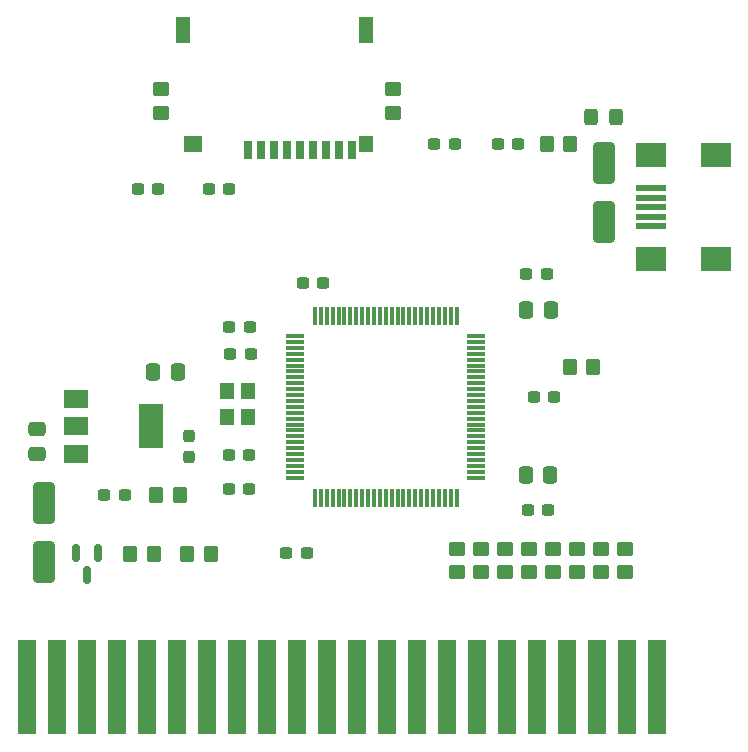
<source format=gtp>
G04 #@! TF.GenerationSoftware,KiCad,Pcbnew,8.0.2*
G04 #@! TF.CreationDate,2025-03-01T20:33:07+01:00*
G04 #@! TF.ProjectId,KungFuFlash2,4b756e67-4675-4466-9c61-7368322e6b69,1*
G04 #@! TF.SameCoordinates,Original*
G04 #@! TF.FileFunction,Paste,Top*
G04 #@! TF.FilePolarity,Positive*
%FSLAX46Y46*%
G04 Gerber Fmt 4.6, Leading zero omitted, Abs format (unit mm)*
G04 Created by KiCad (PCBNEW 8.0.2) date 2025-03-01 20:33:07*
%MOMM*%
%LPD*%
G01*
G04 APERTURE LIST*
G04 Aperture macros list*
%AMRoundRect*
0 Rectangle with rounded corners*
0 $1 Rounding radius*
0 $2 $3 $4 $5 $6 $7 $8 $9 X,Y pos of 4 corners*
0 Add a 4 corners polygon primitive as box body*
4,1,4,$2,$3,$4,$5,$6,$7,$8,$9,$2,$3,0*
0 Add four circle primitives for the rounded corners*
1,1,$1+$1,$2,$3*
1,1,$1+$1,$4,$5*
1,1,$1+$1,$6,$7*
1,1,$1+$1,$8,$9*
0 Add four rect primitives between the rounded corners*
20,1,$1+$1,$2,$3,$4,$5,0*
20,1,$1+$1,$4,$5,$6,$7,0*
20,1,$1+$1,$6,$7,$8,$9,0*
20,1,$1+$1,$8,$9,$2,$3,0*%
G04 Aperture macros list end*
%ADD10RoundRect,0.237500X0.300000X0.237500X-0.300000X0.237500X-0.300000X-0.237500X0.300000X-0.237500X0*%
%ADD11R,1.200000X1.400000*%
%ADD12RoundRect,0.237500X-0.300000X-0.237500X0.300000X-0.237500X0.300000X0.237500X-0.300000X0.237500X0*%
%ADD13R,1.524000X8.000000*%
%ADD14RoundRect,0.250000X-0.337500X-0.475000X0.337500X-0.475000X0.337500X0.475000X-0.337500X0.475000X0*%
%ADD15RoundRect,0.250000X0.350000X0.450000X-0.350000X0.450000X-0.350000X-0.450000X0.350000X-0.450000X0*%
%ADD16RoundRect,0.250000X0.337500X0.475000X-0.337500X0.475000X-0.337500X-0.475000X0.337500X-0.475000X0*%
%ADD17RoundRect,0.250000X-0.325000X-0.450000X0.325000X-0.450000X0.325000X0.450000X-0.325000X0.450000X0*%
%ADD18R,0.700000X1.600000*%
%ADD19R,1.200000X2.200000*%
%ADD20R,1.600000X1.400000*%
%ADD21RoundRect,0.250000X-0.450000X0.350000X-0.450000X-0.350000X0.450000X-0.350000X0.450000X0.350000X0*%
%ADD22RoundRect,0.250000X-0.350000X-0.450000X0.350000X-0.450000X0.350000X0.450000X-0.350000X0.450000X0*%
%ADD23RoundRect,0.150000X-0.150000X0.587500X-0.150000X-0.587500X0.150000X-0.587500X0.150000X0.587500X0*%
%ADD24R,2.000000X1.500000*%
%ADD25R,2.000000X3.800000*%
%ADD26RoundRect,0.250000X0.475000X-0.337500X0.475000X0.337500X-0.475000X0.337500X-0.475000X-0.337500X0*%
%ADD27RoundRect,0.237500X-0.237500X0.300000X-0.237500X-0.300000X0.237500X-0.300000X0.237500X0.300000X0*%
%ADD28RoundRect,0.075000X-0.725000X-0.075000X0.725000X-0.075000X0.725000X0.075000X-0.725000X0.075000X0*%
%ADD29RoundRect,0.075000X-0.075000X-0.725000X0.075000X-0.725000X0.075000X0.725000X-0.075000X0.725000X0*%
%ADD30R,2.500000X0.500000*%
%ADD31R,2.500000X2.000000*%
%ADD32RoundRect,0.250000X0.450000X-0.350000X0.450000X0.350000X-0.450000X0.350000X-0.450000X-0.350000X0*%
%ADD33RoundRect,0.250000X-0.650000X1.500000X-0.650000X-1.500000X0.650000X-1.500000X0.650000X1.500000X0*%
G04 APERTURE END LIST*
D10*
X97102000Y-95631000D03*
X95377000Y-95631000D03*
X97028000Y-109347000D03*
X95303000Y-109347000D03*
D11*
X96916250Y-103263000D03*
X96916250Y-101063000D03*
X95216250Y-101063000D03*
X95216250Y-103263000D03*
D12*
X121158000Y-101600000D03*
X122883000Y-101600000D03*
D13*
X78228000Y-126121227D03*
X80768000Y-126121227D03*
X83308000Y-126121227D03*
X85848000Y-126121227D03*
X88388000Y-126121227D03*
X90928000Y-126121227D03*
X93468000Y-126121227D03*
X96008000Y-126121227D03*
X98548000Y-126121227D03*
X101088000Y-126121227D03*
X103628000Y-126121227D03*
X106168000Y-126121227D03*
X108708000Y-126121227D03*
X111248000Y-126121227D03*
X113788000Y-126121227D03*
X116328000Y-126121227D03*
X118868000Y-126121227D03*
X121408000Y-126121227D03*
X123948000Y-126121227D03*
X126488000Y-126121227D03*
X129028000Y-126121227D03*
X131568000Y-126121227D03*
D12*
X95341250Y-106504000D03*
X97066250Y-106504000D03*
D14*
X120523000Y-94234000D03*
X122598000Y-94234000D03*
D12*
X95466250Y-97904000D03*
X97191250Y-97904000D03*
D15*
X126206000Y-99060000D03*
X124206000Y-99060000D03*
D16*
X122555000Y-108204000D03*
X120480000Y-108204000D03*
D12*
X101600000Y-91948000D03*
X103325000Y-91948000D03*
X120523000Y-91186000D03*
X122248000Y-91186000D03*
D17*
X126029500Y-77851000D03*
X128079500Y-77851000D03*
D18*
X96984000Y-80648500D03*
X98084000Y-80648500D03*
X99184000Y-80648500D03*
X100284000Y-80648500D03*
X101384000Y-80648500D03*
D11*
X106934000Y-80148500D03*
D19*
X106934000Y-70548500D03*
D18*
X102484000Y-80648500D03*
D20*
X92334000Y-80148500D03*
D19*
X91434000Y-70548500D03*
D18*
X103584000Y-80648500D03*
X104684000Y-80648500D03*
X105784000Y-80648500D03*
D21*
X89598500Y-75526500D03*
X89598500Y-77526500D03*
D22*
X86993500Y-114901000D03*
X88993500Y-114901000D03*
D15*
X91193500Y-109901000D03*
X89193500Y-109901000D03*
D22*
X122244500Y-80200500D03*
X124244500Y-80200500D03*
D23*
X84262000Y-114775500D03*
X82362000Y-114775500D03*
X83312000Y-116650500D03*
D24*
X82409500Y-101776500D03*
X82409500Y-104076500D03*
D25*
X88709500Y-104076500D03*
D24*
X82409500Y-106376500D03*
D26*
X79121000Y-106384000D03*
X79121000Y-104309000D03*
D16*
X91008000Y-99441000D03*
X88933000Y-99441000D03*
D10*
X119812000Y-80137000D03*
X118087000Y-80137000D03*
D27*
X91948000Y-104914500D03*
X91948000Y-106639500D03*
D10*
X95364500Y-84010500D03*
X93639500Y-84010500D03*
D12*
X112725000Y-80137000D03*
X114450000Y-80137000D03*
D10*
X89367500Y-84010500D03*
X87642500Y-84010500D03*
D21*
X109220000Y-75526500D03*
X109220000Y-77526500D03*
D10*
X101928000Y-114808000D03*
X100203000Y-114808000D03*
D28*
X100942000Y-96417000D03*
X100942000Y-96917000D03*
X100942000Y-97417000D03*
X100942000Y-97917000D03*
X100942000Y-98417000D03*
X100942000Y-98917000D03*
X100942000Y-99417000D03*
X100942000Y-99917000D03*
X100942000Y-100417000D03*
X100942000Y-100917000D03*
X100942000Y-101417000D03*
X100942000Y-101917000D03*
X100942000Y-102417000D03*
X100942000Y-102917000D03*
X100942000Y-103417000D03*
X100942000Y-103917000D03*
X100942000Y-104417000D03*
X100942000Y-104917000D03*
X100942000Y-105417000D03*
X100942000Y-105917000D03*
X100942000Y-106417000D03*
X100942000Y-106917000D03*
X100942000Y-107417000D03*
X100942000Y-107917000D03*
X100942000Y-108417000D03*
D29*
X102617000Y-110092000D03*
X103117000Y-110092000D03*
X103617000Y-110092000D03*
X104117000Y-110092000D03*
X104617000Y-110092000D03*
X105117000Y-110092000D03*
X105617000Y-110092000D03*
X106117000Y-110092000D03*
X106617000Y-110092000D03*
X107117000Y-110092000D03*
X107617000Y-110092000D03*
X108117000Y-110092000D03*
X108617000Y-110092000D03*
X109117000Y-110092000D03*
X109617000Y-110092000D03*
X110117000Y-110092000D03*
X110617000Y-110092000D03*
X111117000Y-110092000D03*
X111617000Y-110092000D03*
X112117000Y-110092000D03*
X112617000Y-110092000D03*
X113117000Y-110092000D03*
X113617000Y-110092000D03*
X114117000Y-110092000D03*
X114617000Y-110092000D03*
D28*
X116292000Y-108417000D03*
X116292000Y-107917000D03*
X116292000Y-107417000D03*
X116292000Y-106917000D03*
X116292000Y-106417000D03*
X116292000Y-105917000D03*
X116292000Y-105417000D03*
X116292000Y-104917000D03*
X116292000Y-104417000D03*
X116292000Y-103917000D03*
X116292000Y-103417000D03*
X116292000Y-102917000D03*
X116292000Y-102417000D03*
X116292000Y-101917000D03*
X116292000Y-101417000D03*
X116292000Y-100917000D03*
X116292000Y-100417000D03*
X116292000Y-99917000D03*
X116292000Y-99417000D03*
X116292000Y-98917000D03*
X116292000Y-98417000D03*
X116292000Y-97917000D03*
X116292000Y-97417000D03*
X116292000Y-96917000D03*
X116292000Y-96417000D03*
D29*
X114617000Y-94742000D03*
X114117000Y-94742000D03*
X113617000Y-94742000D03*
X113117000Y-94742000D03*
X112617000Y-94742000D03*
X112117000Y-94742000D03*
X111617000Y-94742000D03*
X111117000Y-94742000D03*
X110617000Y-94742000D03*
X110117000Y-94742000D03*
X109617000Y-94742000D03*
X109117000Y-94742000D03*
X108617000Y-94742000D03*
X108117000Y-94742000D03*
X107617000Y-94742000D03*
X107117000Y-94742000D03*
X106617000Y-94742000D03*
X106117000Y-94742000D03*
X105617000Y-94742000D03*
X105117000Y-94742000D03*
X104617000Y-94742000D03*
X104117000Y-94742000D03*
X103617000Y-94742000D03*
X103117000Y-94742000D03*
X102617000Y-94742000D03*
D30*
X131064000Y-87116000D03*
X131064000Y-86316000D03*
X131064000Y-85516000D03*
X131064000Y-84716000D03*
X131064000Y-83916000D03*
D31*
X131064000Y-89916000D03*
X136564000Y-89916000D03*
X131064000Y-81116000D03*
X136564000Y-81116000D03*
D32*
X124816000Y-116427000D03*
X124816000Y-114427000D03*
X122784000Y-116427000D03*
X122784000Y-114427000D03*
X126848000Y-116427000D03*
X126848000Y-114427000D03*
X116688000Y-116427000D03*
X116688000Y-114427000D03*
X120752000Y-116427000D03*
X120752000Y-114427000D03*
D12*
X120650000Y-111125000D03*
X122375000Y-111125000D03*
D15*
X93793500Y-114901000D03*
X91793500Y-114901000D03*
D32*
X118720000Y-116427000D03*
X118720000Y-114427000D03*
D33*
X127127000Y-81788000D03*
X127127000Y-86788000D03*
D32*
X114656000Y-116427000D03*
X114656000Y-114427000D03*
X128905000Y-116427000D03*
X128905000Y-114427000D03*
D33*
X79692500Y-110534635D03*
X79692500Y-115534635D03*
D12*
X84793500Y-109901000D03*
X86518500Y-109901000D03*
M02*

</source>
